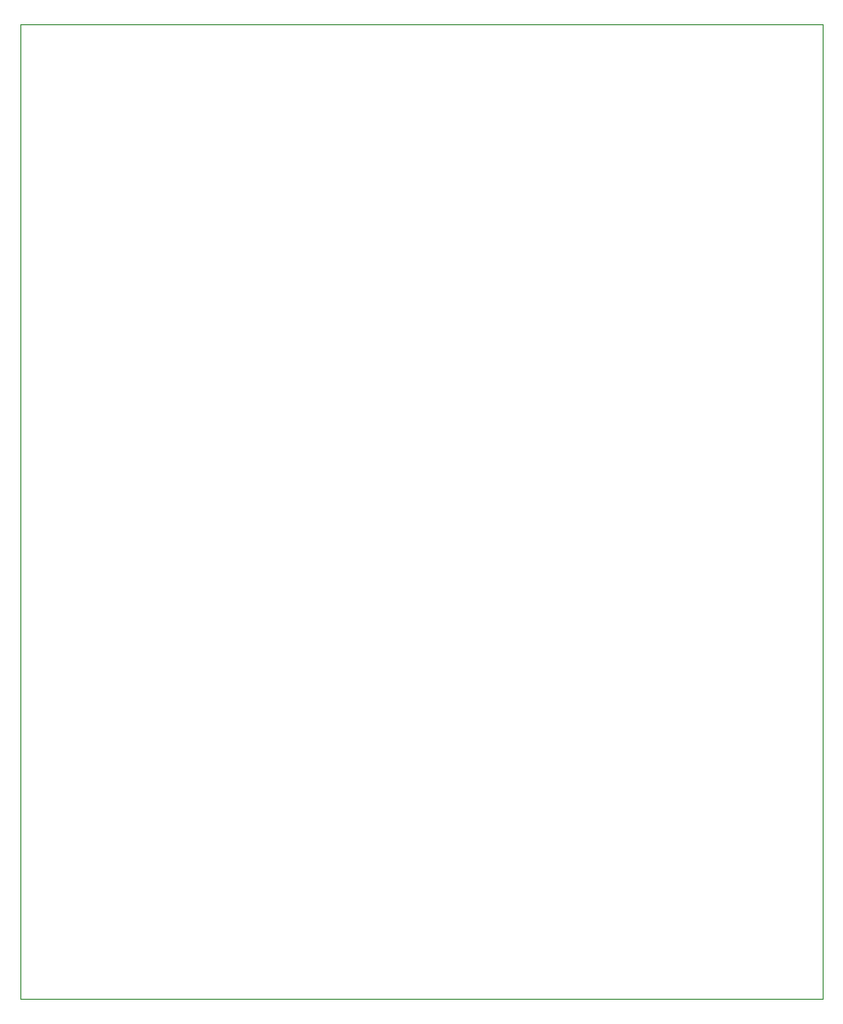
<source format=gko>
G04 Layer_Color=16720538*
%FSLAX24Y24*%
%MOIN*%
G70*
G01*
G75*
%ADD108C,0.0039*%
D108*
X3937Y9843D02*
X31496D01*
Y43307D01*
X3937D02*
X31496D01*
X3937Y9843D02*
Y43307D01*
M02*

</source>
